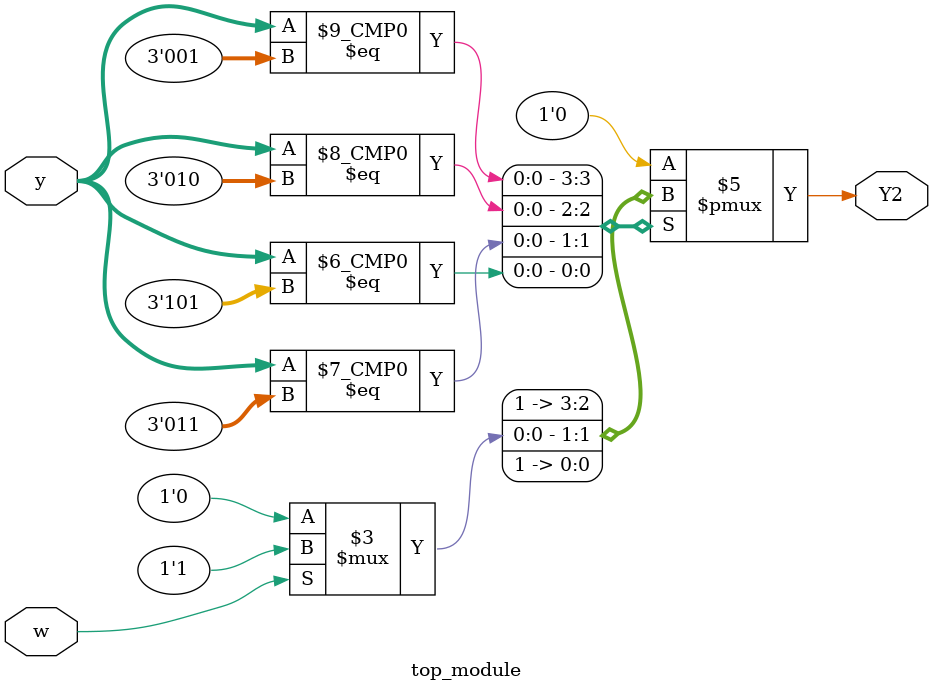
<source format=sv>
module top_module(
	input [3:1] y,
	input w,
	output reg Y2);

	always @(*) begin
		casez (y)
			3'b000: Y2 = 1'b0; // A -> B
			3'b001: Y2 = 1'b1; // B -> A
			3'b010: Y2 = 1'b1; // C -> D
			3'b011: Y2 = (w == 1'b0) ? 1'b0 : 1'b1; // D -> A or D -> F
			3'b100: Y2 = 1'b0; // E -> D
			3'b101: Y2 = 1'b1; // F -> D
			default: Y2 = 1'b0; // Default
		endcase
	end

endmodule

</source>
